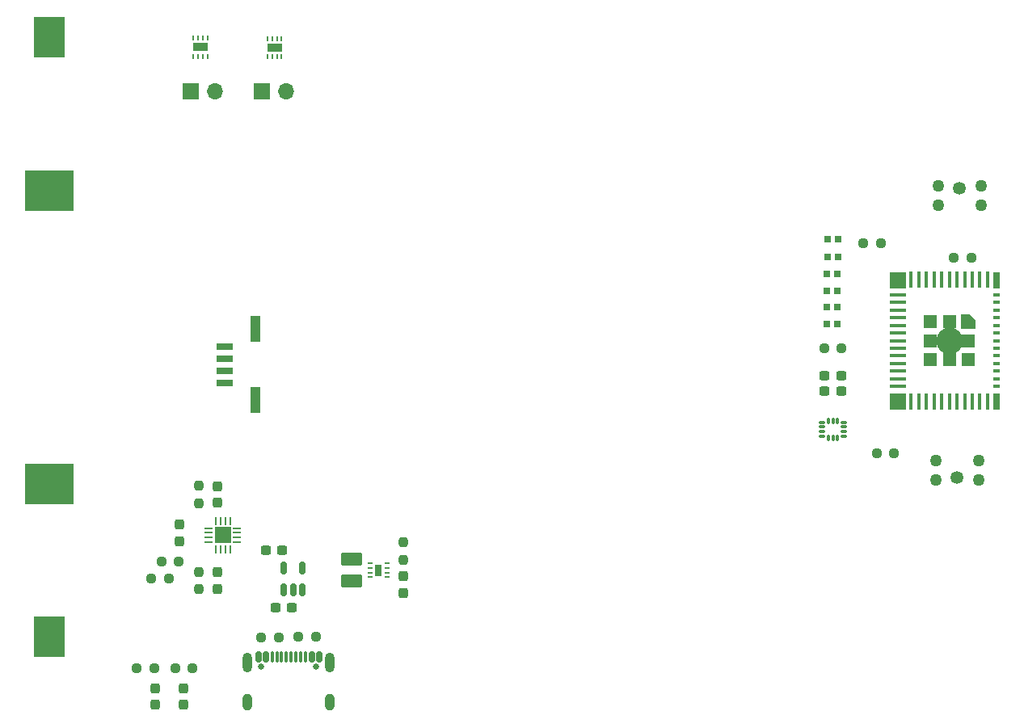
<source format=gbr>
%TF.GenerationSoftware,KiCad,Pcbnew,7.0.10-7.0.10~ubuntu22.04.1*%
%TF.CreationDate,2024-04-21T14:18:33-04:00*%
%TF.ProjectId,little_red_rover,6c697474-6c65-45f7-9265-645f726f7665,rev?*%
%TF.SameCoordinates,Original*%
%TF.FileFunction,Soldermask,Top*%
%TF.FilePolarity,Negative*%
%FSLAX46Y46*%
G04 Gerber Fmt 4.6, Leading zero omitted, Abs format (unit mm)*
G04 Created by KiCad (PCBNEW 7.0.10-7.0.10~ubuntu22.04.1) date 2024-04-21 14:18:33*
%MOMM*%
%LPD*%
G01*
G04 APERTURE LIST*
G04 Aperture macros list*
%AMRoundRect*
0 Rectangle with rounded corners*
0 $1 Rounding radius*
0 $2 $3 $4 $5 $6 $7 $8 $9 X,Y pos of 4 corners*
0 Add a 4 corners polygon primitive as box body*
4,1,4,$2,$3,$4,$5,$6,$7,$8,$9,$2,$3,0*
0 Add four circle primitives for the rounded corners*
1,1,$1+$1,$2,$3*
1,1,$1+$1,$4,$5*
1,1,$1+$1,$6,$7*
1,1,$1+$1,$8,$9*
0 Add four rect primitives between the rounded corners*
20,1,$1+$1,$2,$3,$4,$5,0*
20,1,$1+$1,$4,$5,$6,$7,0*
20,1,$1+$1,$6,$7,$8,$9,0*
20,1,$1+$1,$8,$9,$2,$3,0*%
%AMFreePoly0*
4,1,6,0.725000,-0.725000,-0.725000,-0.725000,-0.725000,0.125000,-0.125000,0.725000,0.725000,0.725000,0.725000,-0.725000,0.725000,-0.725000,$1*%
G04 Aperture macros list end*
%ADD10C,0.650000*%
%ADD11RoundRect,0.150000X-0.150000X-0.425000X0.150000X-0.425000X0.150000X0.425000X-0.150000X0.425000X0*%
%ADD12RoundRect,0.075000X-0.075000X-0.500000X0.075000X-0.500000X0.075000X0.500000X-0.075000X0.500000X0*%
%ADD13O,1.000000X2.100000*%
%ADD14O,1.000000X1.800000*%
%ADD15RoundRect,0.087500X-0.225000X-0.087500X0.225000X-0.087500X0.225000X0.087500X-0.225000X0.087500X0*%
%ADD16RoundRect,0.087500X-0.087500X-0.225000X0.087500X-0.225000X0.087500X0.225000X-0.087500X0.225000X0*%
%ADD17RoundRect,0.237500X0.300000X0.237500X-0.300000X0.237500X-0.300000X-0.237500X0.300000X-0.237500X0*%
%ADD18C,1.346200*%
%ADD19C,1.270000*%
%ADD20RoundRect,0.237500X0.237500X-0.300000X0.237500X0.300000X-0.237500X0.300000X-0.237500X-0.300000X0*%
%ADD21RoundRect,0.237500X0.237500X-0.287500X0.237500X0.287500X-0.237500X0.287500X-0.237500X-0.287500X0*%
%ADD22RoundRect,0.237500X0.237500X-0.250000X0.237500X0.250000X-0.237500X0.250000X-0.237500X-0.250000X0*%
%ADD23RoundRect,0.250001X0.849999X-0.462499X0.849999X0.462499X-0.849999X0.462499X-0.849999X-0.462499X0*%
%ADD24RoundRect,0.237500X-0.237500X0.250000X-0.237500X-0.250000X0.237500X-0.250000X0.237500X0.250000X0*%
%ADD25RoundRect,0.150000X0.150000X-0.512500X0.150000X0.512500X-0.150000X0.512500X-0.150000X-0.512500X0*%
%ADD26RoundRect,0.237500X-0.250000X-0.237500X0.250000X-0.237500X0.250000X0.237500X-0.250000X0.237500X0*%
%ADD27RoundRect,0.237500X0.250000X0.237500X-0.250000X0.237500X-0.250000X-0.237500X0.250000X-0.237500X0*%
%ADD28RoundRect,0.237500X-0.300000X-0.237500X0.300000X-0.237500X0.300000X0.237500X-0.300000X0.237500X0*%
%ADD29RoundRect,0.062500X0.062500X-0.187500X0.062500X0.187500X-0.062500X0.187500X-0.062500X-0.187500X0*%
%ADD30R,1.600000X0.900000*%
%ADD31RoundRect,0.062500X0.062500X-0.350000X0.062500X0.350000X-0.062500X0.350000X-0.062500X-0.350000X0*%
%ADD32RoundRect,0.062500X0.350000X-0.062500X0.350000X0.062500X-0.350000X0.062500X-0.350000X-0.062500X0*%
%ADD33R,1.680000X1.680000*%
%ADD34R,0.400000X1.800000*%
%ADD35R,1.800000X0.400000*%
%ADD36R,0.800000X0.400000*%
%ADD37FreePoly0,270.000000*%
%ADD38R,1.450000X1.450000*%
%ADD39C,2.800000*%
%ADD40R,0.700000X1.700000*%
%ADD41R,1.700000X1.700000*%
%ADD42O,1.700000X1.700000*%
%ADD43R,0.609600X0.254000*%
%ADD44R,0.711200X1.295400*%
%ADD45R,0.700000X0.700000*%
%ADD46RoundRect,0.237500X-0.237500X0.300000X-0.237500X-0.300000X0.237500X-0.300000X0.237500X0.300000X0*%
%ADD47R,3.300000X4.240000*%
%ADD48R,5.200000X4.240000*%
%ADD49R,1.701800X0.660400*%
%ADD50R,1.092200X2.794000*%
G04 APERTURE END LIST*
D10*
%TO.C,J1*%
X130110000Y-134895000D03*
X135890000Y-134895000D03*
D11*
X129800000Y-133820000D03*
X130600000Y-133820000D03*
D12*
X131750000Y-133820000D03*
X132750000Y-133820000D03*
X133250000Y-133820000D03*
X134250000Y-133820000D03*
D11*
X135400000Y-133820000D03*
X136200000Y-133820000D03*
X136200000Y-133820000D03*
X135400000Y-133820000D03*
D12*
X134750000Y-133820000D03*
X133750000Y-133820000D03*
X132250000Y-133820000D03*
X131250000Y-133820000D03*
D11*
X130600000Y-133820000D03*
X129800000Y-133820000D03*
D13*
X128680000Y-134395000D03*
D14*
X128680000Y-138575000D03*
D13*
X137320000Y-134395000D03*
D14*
X137320000Y-138575000D03*
%TD*%
D15*
%TO.C,U9*%
X188837500Y-109250000D03*
X188837500Y-109750000D03*
X188837500Y-110250000D03*
X188837500Y-110750000D03*
D16*
X189500000Y-110912500D03*
X190000000Y-110912500D03*
X190500000Y-110912500D03*
D15*
X191162500Y-110750000D03*
X191162500Y-110250000D03*
X191162500Y-109750000D03*
X191162500Y-109250000D03*
D16*
X190500000Y-109087500D03*
X190000000Y-109087500D03*
X189500000Y-109087500D03*
%TD*%
D17*
%TO.C,R15*%
X190862500Y-106000000D03*
X189137500Y-106000000D03*
%TD*%
%TO.C,R14*%
X190862500Y-104400000D03*
X189137500Y-104400000D03*
%TD*%
D18*
%TO.C,U7*%
X203268850Y-84762538D03*
D19*
X201018849Y-86512600D03*
X205518850Y-86512600D03*
X205518850Y-84512599D03*
X201018849Y-84512599D03*
%TD*%
D20*
%TO.C,C1*%
X121552500Y-121702500D03*
X121552500Y-119977500D03*
%TD*%
D21*
%TO.C,D1*%
X119000000Y-138875000D03*
X119000000Y-137125000D03*
%TD*%
D22*
%TO.C,R3*%
X123552500Y-126752500D03*
X123552500Y-124927500D03*
%TD*%
D23*
%TO.C,L1*%
X139600000Y-125912501D03*
X139600000Y-123587501D03*
%TD*%
D24*
%TO.C,R8*%
X123552500Y-115927500D03*
X123552500Y-117752500D03*
%TD*%
D25*
%TO.C,U3*%
X132500000Y-126775000D03*
X133450000Y-126775000D03*
X134400000Y-126775000D03*
X134400000Y-124500000D03*
X132500000Y-124500000D03*
%TD*%
D26*
%TO.C,R2*%
X134000000Y-131700000D03*
X135825000Y-131700000D03*
%TD*%
D20*
%TO.C,C2*%
X125552500Y-117702500D03*
X125552500Y-115977500D03*
%TD*%
D27*
%TO.C,R13*%
X190912500Y-101500000D03*
X189087500Y-101500000D03*
%TD*%
D18*
%TO.C,U8*%
X203031150Y-115037462D03*
D19*
X205281151Y-113287400D03*
X200781150Y-113287400D03*
X200781150Y-115287401D03*
X205281151Y-115287401D03*
%TD*%
D28*
%TO.C,C4*%
X131587500Y-128637500D03*
X133312500Y-128637500D03*
%TD*%
D26*
%TO.C,R12*%
X194587500Y-112500000D03*
X196412500Y-112500000D03*
%TD*%
D29*
%TO.C,U5*%
X123000000Y-70900000D03*
X123500000Y-70900000D03*
X124000000Y-70900000D03*
X124500000Y-70900000D03*
X124500000Y-69000000D03*
X124000000Y-69000000D03*
X123500000Y-69000000D03*
X123000000Y-69000000D03*
D30*
X123750000Y-69950000D03*
%TD*%
D27*
%TO.C,R10*%
X204512500Y-92000000D03*
X202687500Y-92000000D03*
%TD*%
D31*
%TO.C,U2*%
X125340000Y-122552500D03*
X125840000Y-122552500D03*
X126340000Y-122552500D03*
X126840000Y-122552500D03*
D32*
X127552500Y-121840000D03*
X127552500Y-121340000D03*
X127552500Y-120840000D03*
X127552500Y-120340000D03*
D31*
X126840000Y-119627500D03*
X126340000Y-119627500D03*
X125840000Y-119627500D03*
X125340000Y-119627500D03*
D32*
X124627500Y-120340000D03*
X124627500Y-120840000D03*
X124627500Y-121340000D03*
X124627500Y-121840000D03*
D33*
X126090000Y-121090000D03*
%TD*%
D21*
%TO.C,D2*%
X122000000Y-138875000D03*
X122000000Y-137125000D03*
%TD*%
D29*
%TO.C,U6*%
X130750000Y-70950000D03*
X131250000Y-70950000D03*
X131750000Y-70950000D03*
X132250000Y-70950000D03*
X132250000Y-69050000D03*
X131750000Y-69050000D03*
X131250000Y-69050000D03*
X130750000Y-69050000D03*
D30*
X131500000Y-70000000D03*
%TD*%
D34*
%TO.C,U1*%
X206200000Y-94300000D03*
X205400000Y-94300000D03*
X204600000Y-94300000D03*
X203800000Y-94300000D03*
X203000000Y-94300000D03*
X202200000Y-94300000D03*
X201400000Y-94300000D03*
X200600000Y-94300000D03*
X199800000Y-94300000D03*
X199000000Y-94300000D03*
X198200000Y-94300000D03*
D35*
X196800000Y-95900000D03*
X196800000Y-96700000D03*
X196800000Y-97500000D03*
X196800000Y-98300000D03*
X196800000Y-99100000D03*
X196800000Y-99900000D03*
X196800000Y-100700000D03*
X196800000Y-101500000D03*
X196800000Y-102300000D03*
X196800000Y-103100000D03*
X196800000Y-103900000D03*
X196800000Y-104700000D03*
X196800000Y-105500000D03*
D34*
X198200000Y-107100000D03*
X199000000Y-107100000D03*
X199800000Y-107100000D03*
X200600000Y-107100000D03*
X201400000Y-107100000D03*
X202200000Y-107100000D03*
X203000000Y-107100000D03*
X203800000Y-107100000D03*
X204600000Y-107100000D03*
X205400000Y-107100000D03*
X206200000Y-107100000D03*
D36*
X207100000Y-105500000D03*
X207100000Y-104700000D03*
X207100000Y-103900000D03*
X207100000Y-103100000D03*
X207100000Y-102300000D03*
X207100000Y-101500000D03*
X207100000Y-100700000D03*
X207100000Y-99900000D03*
X207100000Y-99100000D03*
X207100000Y-98300000D03*
X207100000Y-97500000D03*
X207100000Y-96700000D03*
X207100000Y-95900000D03*
D37*
X204175000Y-98725000D03*
D38*
X202200000Y-98725000D03*
X200225000Y-98725000D03*
X204175000Y-100700000D03*
D39*
X202200000Y-100700000D03*
D38*
X200225000Y-100700000D03*
X204175000Y-102675000D03*
X202200000Y-102675000D03*
X200225000Y-102675000D03*
D40*
X207150000Y-107050000D03*
D41*
X196800000Y-107050000D03*
X196800000Y-94350000D03*
D40*
X207150000Y-94350000D03*
%TD*%
D42*
%TO.C,J3*%
X125240000Y-74600000D03*
D41*
X122700000Y-74600000D03*
%TD*%
D43*
%TO.C,U4*%
X141500000Y-124000000D03*
X141500000Y-124500001D03*
X141500000Y-125000001D03*
X141500000Y-125500002D03*
X143303400Y-125500002D03*
X143303400Y-125000001D03*
X143303400Y-124500001D03*
X143303400Y-124000000D03*
D44*
X142401700Y-124750001D03*
%TD*%
D24*
%TO.C,R9*%
X145000000Y-121837501D03*
X145000000Y-123662501D03*
%TD*%
D27*
%TO.C,R5*%
X122912500Y-135000000D03*
X121087500Y-135000000D03*
%TD*%
D45*
%TO.C,D5*%
X189450000Y-91915000D03*
X190550000Y-91915000D03*
X190550000Y-90085000D03*
X189450000Y-90085000D03*
%TD*%
D26*
%TO.C,R7*%
X118587500Y-125600000D03*
X120412500Y-125600000D03*
%TD*%
D42*
%TO.C,J4*%
X132740000Y-74600000D03*
D41*
X130200000Y-74600000D03*
%TD*%
D27*
%TO.C,R1*%
X131912500Y-131800000D03*
X130087500Y-131800000D03*
%TD*%
D45*
%TO.C,D3*%
X189400000Y-99000000D03*
X190500000Y-99000000D03*
X190500000Y-97170000D03*
X189400000Y-97170000D03*
%TD*%
%TO.C,D4*%
X189400000Y-95500000D03*
X190500000Y-95500000D03*
X190500000Y-93670000D03*
X189400000Y-93670000D03*
%TD*%
D46*
%TO.C,C5*%
X125552500Y-124977500D03*
X125552500Y-126702500D03*
%TD*%
D26*
%TO.C,R11*%
X193175000Y-90500000D03*
X195000000Y-90500000D03*
%TD*%
D47*
%TO.C,BT1*%
X107900000Y-131700000D03*
D48*
X107900000Y-115690000D03*
X107900000Y-84950000D03*
D47*
X107900000Y-68900000D03*
%TD*%
D26*
%TO.C,R6*%
X119640000Y-123840000D03*
X121465000Y-123840000D03*
%TD*%
D46*
%TO.C,C6*%
X145000000Y-125387501D03*
X145000000Y-127112501D03*
%TD*%
D26*
%TO.C,R4*%
X117087500Y-135000000D03*
X118912500Y-135000000D03*
%TD*%
D49*
%TO.C,J2*%
X126299999Y-105099999D03*
X126299999Y-103849999D03*
X126299999Y-102599999D03*
X126299999Y-101349999D03*
D50*
X129500000Y-106949998D03*
X129500000Y-99500000D03*
%TD*%
D17*
%TO.C,C3*%
X132312500Y-122637500D03*
X130587500Y-122637500D03*
%TD*%
M02*

</source>
